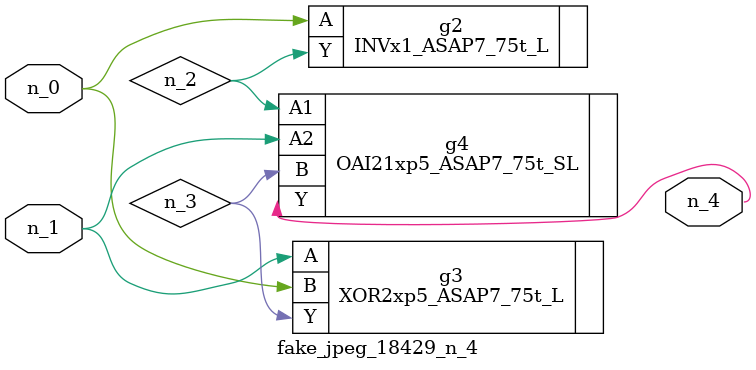
<source format=v>
module fake_jpeg_18429_n_4 (n_0, n_1, n_4);

input n_0;
input n_1;

output n_4;

wire n_2;
wire n_3;

INVx1_ASAP7_75t_L g2 ( 
.A(n_0),
.Y(n_2)
);

XOR2xp5_ASAP7_75t_L g3 ( 
.A(n_1),
.B(n_0),
.Y(n_3)
);

OAI21xp5_ASAP7_75t_SL g4 ( 
.A1(n_2),
.A2(n_1),
.B(n_3),
.Y(n_4)
);


endmodule
</source>
